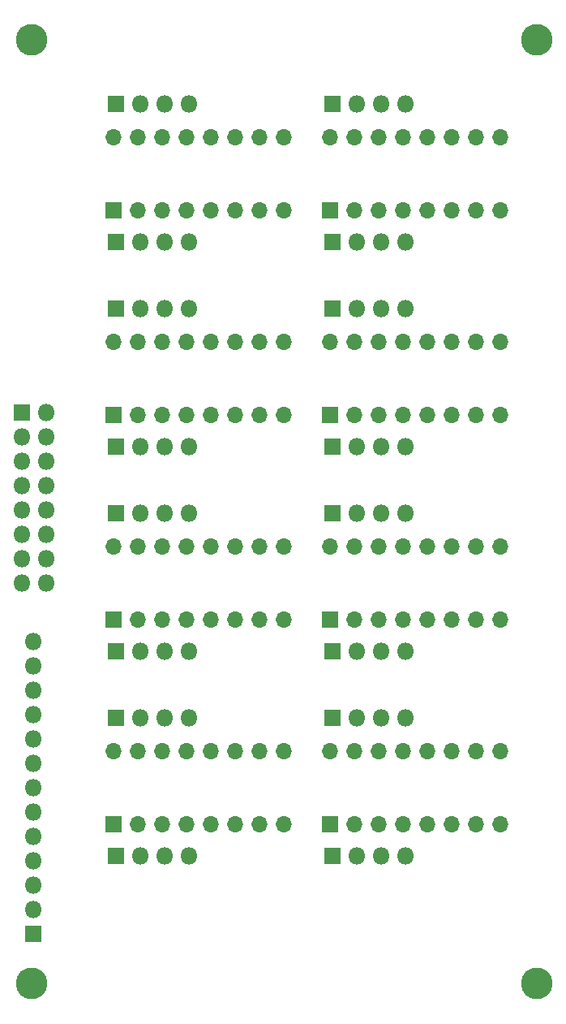
<source format=gbr>
G04 #@! TF.FileFunction,Soldermask,Top*
%FSLAX46Y46*%
G04 Gerber Fmt 4.6, Leading zero omitted, Abs format (unit mm)*
G04 Created by KiCad (PCBNEW 4.0.7) date 05/15/18 20:44:28*
%MOMM*%
%LPD*%
G01*
G04 APERTURE LIST*
%ADD10C,0.100000*%
%ADD11R,1.801600X1.801600*%
%ADD12O,1.801600X1.801600*%
%ADD13R,1.701600X1.701600*%
%ADD14O,1.701600X1.701600*%
%ADD15C,3.301600*%
G04 APERTURE END LIST*
D10*
D11*
X37084000Y-78486000D03*
D12*
X39624000Y-78486000D03*
X42164000Y-78486000D03*
X44704000Y-78486000D03*
D11*
X37084000Y-64135000D03*
D12*
X39624000Y-64135000D03*
X42164000Y-64135000D03*
X44704000Y-64135000D03*
D13*
X36830000Y-75184000D03*
D14*
X54610000Y-67564000D03*
X39370000Y-75184000D03*
X52070000Y-67564000D03*
X41910000Y-75184000D03*
X49530000Y-67564000D03*
X44450000Y-75184000D03*
X46990000Y-67564000D03*
X46990000Y-75184000D03*
X44450000Y-67564000D03*
X49530000Y-75184000D03*
X41910000Y-67564000D03*
X52070000Y-75184000D03*
X39370000Y-67564000D03*
X54610000Y-75184000D03*
X36830000Y-67564000D03*
D13*
X59436000Y-75184000D03*
D14*
X77216000Y-67564000D03*
X61976000Y-75184000D03*
X74676000Y-67564000D03*
X64516000Y-75184000D03*
X72136000Y-67564000D03*
X67056000Y-75184000D03*
X69596000Y-67564000D03*
X69596000Y-75184000D03*
X67056000Y-67564000D03*
X72136000Y-75184000D03*
X64516000Y-67564000D03*
X74676000Y-75184000D03*
X61976000Y-67564000D03*
X77216000Y-75184000D03*
X59436000Y-67564000D03*
D11*
X59690000Y-64135000D03*
D12*
X62230000Y-64135000D03*
X64770000Y-64135000D03*
X67310000Y-64135000D03*
D11*
X59690000Y-78486000D03*
D12*
X62230000Y-78486000D03*
X64770000Y-78486000D03*
X67310000Y-78486000D03*
D11*
X59690000Y-57150000D03*
D12*
X62230000Y-57150000D03*
X64770000Y-57150000D03*
X67310000Y-57150000D03*
D11*
X59690000Y-42799000D03*
D12*
X62230000Y-42799000D03*
X64770000Y-42799000D03*
X67310000Y-42799000D03*
D13*
X59436000Y-53848000D03*
D14*
X77216000Y-46228000D03*
X61976000Y-53848000D03*
X74676000Y-46228000D03*
X64516000Y-53848000D03*
X72136000Y-46228000D03*
X67056000Y-53848000D03*
X69596000Y-46228000D03*
X69596000Y-53848000D03*
X67056000Y-46228000D03*
X72136000Y-53848000D03*
X64516000Y-46228000D03*
X74676000Y-53848000D03*
X61976000Y-46228000D03*
X77216000Y-53848000D03*
X59436000Y-46228000D03*
D13*
X36830000Y-53848000D03*
D14*
X54610000Y-46228000D03*
X39370000Y-53848000D03*
X52070000Y-46228000D03*
X41910000Y-53848000D03*
X49530000Y-46228000D03*
X44450000Y-53848000D03*
X46990000Y-46228000D03*
X46990000Y-53848000D03*
X44450000Y-46228000D03*
X49530000Y-53848000D03*
X41910000Y-46228000D03*
X52070000Y-53848000D03*
X39370000Y-46228000D03*
X54610000Y-53848000D03*
X36830000Y-46228000D03*
D11*
X37084000Y-42799000D03*
D12*
X39624000Y-42799000D03*
X42164000Y-42799000D03*
X44704000Y-42799000D03*
D11*
X37084000Y-57150000D03*
D12*
X39624000Y-57150000D03*
X42164000Y-57150000D03*
X44704000Y-57150000D03*
D11*
X37084000Y-99822000D03*
D12*
X39624000Y-99822000D03*
X42164000Y-99822000D03*
X44704000Y-99822000D03*
D11*
X37084000Y-85471000D03*
D12*
X39624000Y-85471000D03*
X42164000Y-85471000D03*
X44704000Y-85471000D03*
D13*
X36830000Y-96520000D03*
D14*
X54610000Y-88900000D03*
X39370000Y-96520000D03*
X52070000Y-88900000D03*
X41910000Y-96520000D03*
X49530000Y-88900000D03*
X44450000Y-96520000D03*
X46990000Y-88900000D03*
X46990000Y-96520000D03*
X44450000Y-88900000D03*
X49530000Y-96520000D03*
X41910000Y-88900000D03*
X52070000Y-96520000D03*
X39370000Y-88900000D03*
X54610000Y-96520000D03*
X36830000Y-88900000D03*
D13*
X59436000Y-96520000D03*
D14*
X77216000Y-88900000D03*
X61976000Y-96520000D03*
X74676000Y-88900000D03*
X64516000Y-96520000D03*
X72136000Y-88900000D03*
X67056000Y-96520000D03*
X69596000Y-88900000D03*
X69596000Y-96520000D03*
X67056000Y-88900000D03*
X72136000Y-96520000D03*
X64516000Y-88900000D03*
X74676000Y-96520000D03*
X61976000Y-88900000D03*
X77216000Y-96520000D03*
X59436000Y-88900000D03*
D11*
X59690000Y-85471000D03*
D12*
X62230000Y-85471000D03*
X64770000Y-85471000D03*
X67310000Y-85471000D03*
D11*
X59690000Y-99822000D03*
D12*
X62230000Y-99822000D03*
X64770000Y-99822000D03*
X67310000Y-99822000D03*
D11*
X59690000Y-121158000D03*
D12*
X62230000Y-121158000D03*
X64770000Y-121158000D03*
X67310000Y-121158000D03*
D11*
X59690000Y-106807000D03*
D12*
X62230000Y-106807000D03*
X64770000Y-106807000D03*
X67310000Y-106807000D03*
D13*
X59436000Y-117856000D03*
D14*
X77216000Y-110236000D03*
X61976000Y-117856000D03*
X74676000Y-110236000D03*
X64516000Y-117856000D03*
X72136000Y-110236000D03*
X67056000Y-117856000D03*
X69596000Y-110236000D03*
X69596000Y-117856000D03*
X67056000Y-110236000D03*
X72136000Y-117856000D03*
X64516000Y-110236000D03*
X74676000Y-117856000D03*
X61976000Y-110236000D03*
X77216000Y-117856000D03*
X59436000Y-110236000D03*
D11*
X28448000Y-129286000D03*
D12*
X28448000Y-126746000D03*
X28448000Y-124206000D03*
X28448000Y-121666000D03*
X28448000Y-119126000D03*
X28448000Y-116586000D03*
X28448000Y-114046000D03*
X28448000Y-111506000D03*
X28448000Y-108966000D03*
X28448000Y-106426000D03*
X28448000Y-103886000D03*
X28448000Y-101346000D03*
X28448000Y-98806000D03*
D13*
X36830000Y-117856000D03*
D14*
X54610000Y-110236000D03*
X39370000Y-117856000D03*
X52070000Y-110236000D03*
X41910000Y-117856000D03*
X49530000Y-110236000D03*
X44450000Y-117856000D03*
X46990000Y-110236000D03*
X46990000Y-117856000D03*
X44450000Y-110236000D03*
X49530000Y-117856000D03*
X41910000Y-110236000D03*
X52070000Y-117856000D03*
X39370000Y-110236000D03*
X54610000Y-117856000D03*
X36830000Y-110236000D03*
D11*
X37084000Y-106807000D03*
D12*
X39624000Y-106807000D03*
X42164000Y-106807000D03*
X44704000Y-106807000D03*
D11*
X37084000Y-121158000D03*
D12*
X39624000Y-121158000D03*
X42164000Y-121158000D03*
X44704000Y-121158000D03*
D11*
X27305000Y-74930000D03*
D12*
X29845000Y-74930000D03*
X27305000Y-77470000D03*
X29845000Y-77470000D03*
X27305000Y-80010000D03*
X29845000Y-80010000D03*
X27305000Y-82550000D03*
X29845000Y-82550000D03*
X27305000Y-85090000D03*
X29845000Y-85090000D03*
X27305000Y-87630000D03*
X29845000Y-87630000D03*
X27305000Y-90170000D03*
X29845000Y-90170000D03*
X27305000Y-92710000D03*
X29845000Y-92710000D03*
D15*
X28321000Y-134493000D03*
X81026000Y-134493000D03*
X28321000Y-36068000D03*
X81026000Y-36068000D03*
M02*

</source>
